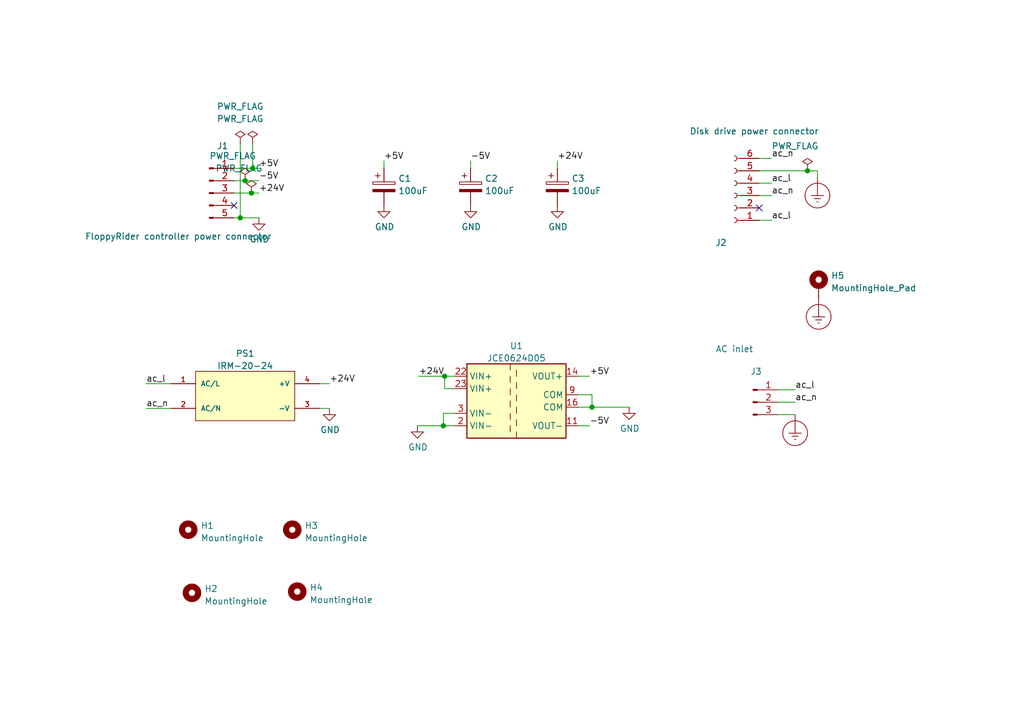
<source format=kicad_sch>
(kicad_sch (version 20211123) (generator eeschema)
  (paper "A5")
  (title_block (title "FloppyRider power supply") (date "2022-10-12") (rev "1") (company "Inmbolmie") (comment 1 "https://github.com/inmbolmie/floppyrider") (comment 2 "Disk interface to adapt an IBM 31SD/51TD Diskette drive to the PC floppy interface"))
  (lib_symbols
    (symbol "Connector:Conn_01x03_Male" (pin_names (offset 1.016) hide)
      (property "Reference" "J" (at 0 5.08 0))
      (property "Value" "Conn_01x03_Male" (at 0 -5.08 0))
      (symbol "Conn_01x03_Male_1_1"
        (polyline (pts (xy 1.27 -2.54) (xy 0.8636 -2.54)) (stroke (width 0.1524)))
        (polyline (pts (xy 1.27 0) (xy 0.8636 0)) (stroke (width 0.1524)))
        (polyline (pts (xy 1.27 2.54) (xy 0.8636 2.54)) (stroke (width 0.1524)))
        (rectangle (start 0.8636 -2.413) (end 0 -2.667) (stroke (width 0.1524)) (fill (type outline)))
        (rectangle (start 0.8636 0.127) (end 0 -0.127) (stroke (width 0.1524)) (fill (type outline)))
        (rectangle (start 0.8636 2.667) (end 0 2.413) (stroke (width 0.1524)) (fill (type outline)))
        (pin passive line (at 5.08 2.54 180) (length 3.81) (name "Pin_1") (number "1"))
        (pin passive line (at 5.08 0 180) (length 3.81) (name "Pin_2") (number "2"))
        (pin passive line (at 5.08 -2.54 180) (length 3.81) (name "Pin_3") (number "3"))
      )
    )
    (symbol "Connector:Conn_01x05_Male" (pin_names (offset 1.016) hide)
      (property "Reference" "J" (at 0 7.62 0))
      (property "Value" "Conn_01x05_Male" (at 0 -7.62 0))
      (symbol "Conn_01x05_Male_1_1"
        (polyline (pts (xy 1.27 -5.08) (xy 0.8636 -5.08)) (stroke (width 0.1524)))
        (polyline (pts (xy 1.27 -2.54) (xy 0.8636 -2.54)) (stroke (width 0.1524)))
        (polyline (pts (xy 1.27 0) (xy 0.8636 0)) (stroke (width 0.1524)))
        (polyline (pts (xy 1.27 2.54) (xy 0.8636 2.54)) (stroke (width 0.1524)))
        (polyline (pts (xy 1.27 5.08) (xy 0.8636 5.08)) (stroke (width 0.1524)))
        (rectangle (start 0.8636 -4.953) (end 0 -5.207) (stroke (width 0.1524)) (fill (type outline)))
        (rectangle (start 0.8636 -2.413) (end 0 -2.667) (stroke (width 0.1524)) (fill (type outline)))
        (rectangle (start 0.8636 0.127) (end 0 -0.127) (stroke (width 0.1524)) (fill (type outline)))
        (rectangle (start 0.8636 2.667) (end 0 2.413) (stroke (width 0.1524)) (fill (type outline)))
        (rectangle (start 0.8636 5.207) (end 0 4.953) (stroke (width 0.1524)) (fill (type outline)))
        (pin passive line (at 5.08 5.08 180) (length 3.81) (name "Pin_1") (number "1"))
        (pin passive line (at 5.08 2.54 180) (length 3.81) (name "Pin_2") (number "2"))
        (pin passive line (at 5.08 0 180) (length 3.81) (name "Pin_3") (number "3"))
        (pin passive line (at 5.08 -2.54 180) (length 3.81) (name "Pin_4") (number "4"))
        (pin passive line (at 5.08 -5.08 180) (length 3.81) (name "Pin_5") (number "5"))
      )
    )
    (symbol "Connector:Conn_01x06_Female" (pin_names (offset 1.016) hide)
      (property "Reference" "J" (at 0 7.62 0))
      (property "Value" "Conn_01x06_Female" (at 0 -10.16 0))
      (symbol "Conn_01x06_Female_1_1"
        (arc (start 0 -7.112) (mid -0.508 -7.62) (end 0 -8.128) (stroke (width 0.1524)))
        (arc (start 0 -4.572) (mid -0.508 -5.08) (end 0 -5.588) (stroke (width 0.1524)))
        (arc (start 0 -2.032) (mid -0.508 -2.54) (end 0 -3.048) (stroke (width 0.1524)))
        (polyline (pts (xy -1.27 -7.62) (xy -0.508 -7.62)) (stroke (width 0.1524)))
        (polyline (pts (xy -1.27 -5.08) (xy -0.508 -5.08)) (stroke (width 0.1524)))
        (polyline (pts (xy -1.27 -2.54) (xy -0.508 -2.54)) (stroke (width 0.1524)))
        (polyline (pts (xy -1.27 0) (xy -0.508 0)) (stroke (width 0.1524)))
        (polyline (pts (xy -1.27 2.54) (xy -0.508 2.54)) (stroke (width 0.1524)))
        (polyline (pts (xy -1.27 5.08) (xy -0.508 5.08)) (stroke (width 0.1524)))
        (arc (start 0 0.508) (mid -0.508 0) (end 0 -0.508) (stroke (width 0.1524)))
        (arc (start 0 3.048) (mid -0.508 2.54) (end 0 2.032) (stroke (width 0.1524)))
        (arc (start 0 5.588) (mid -0.508 5.08) (end 0 4.572) (stroke (width 0.1524)))
        (pin passive line (at -5.08 5.08 0) (length 3.81) (name "Pin_1") (number "1"))
        (pin passive line (at -5.08 2.54 0) (length 3.81) (name "Pin_2") (number "2"))
        (pin passive line (at -5.08 0 0) (length 3.81) (name "Pin_3") (number "3"))
        (pin passive line (at -5.08 -2.54 0) (length 3.81) (name "Pin_4") (number "4"))
        (pin passive line (at -5.08 -5.08 0) (length 3.81) (name "Pin_5") (number "5"))
        (pin passive line (at -5.08 -7.62 0) (length 3.81) (name "Pin_6") (number "6"))
      )
    )
    (symbol "Device:C_Polarized" (pin_numbers hide) (pin_names (offset 0.254))
      (property "Reference" "C" (at 0.635 2.54 0))
      (property "Value" "C_Polarized" (at 0.635 -2.54 0))
      (symbol "C_Polarized_0_1"
        (rectangle (start -2.286 0.508) (end 2.286 1.016))
        (polyline (pts (xy -1.778 2.286) (xy -0.762 2.286)))
        (polyline (pts (xy -1.27 2.794) (xy -1.27 1.778)))
        (rectangle (start 2.286 -0.508) (end -2.286 -1.016) (fill (type outline)))
      )
      (symbol "C_Polarized_1_1"
        (pin passive line (at 0 3.81 270) (length 2.794) (name "~") (number "1"))
        (pin passive line (at 0 -3.81 90) (length 2.794) (name "~") (number "2"))
      )
    )
    (symbol "IRM:IRM-20-24" (pin_names (offset 1.016))
      (property "Reference" "PS" (at -10.16 5.842 0))
      (property "Value" "IRM-20-24" (at -10.1854 -7.62 0))
      (symbol "IRM-20-24_0_0"
        (rectangle (start -10.16 -5.08) (end 10.16 5.08) (stroke (width 0.1524)) (fill (type background)))
        (pin input line (at -15.24 2.54 0) (length 5.08) (name "AC/L") (number "1"))
        (pin input line (at -15.24 -2.54 0) (length 5.08) (name "AC/N") (number "2"))
        (pin output line (at 15.24 -2.54 180) (length 5.08) (name "-V") (number "3"))
        (pin output line (at 15.24 2.54 180) (length 5.08) (name "+V") (number "4"))
      )
    )
    (symbol "Mechanical:MountingHole" (pin_names (offset 1.016))
      (property "Reference" "H" (at 0 5.08 0))
      (property "Value" "MountingHole" (at 0 3.175 0))
      (symbol "MountingHole_0_1"
        (circle (center 0 0) (radius 1.27) (stroke (width 1.27)))
      )
    )
    (symbol "Mechanical:MountingHole_Pad" (pin_numbers hide) (pin_names (offset 1.016) hide)
      (property "Reference" "H" (at 0 6.35 0))
      (property "Value" "MountingHole_Pad" (at 0 4.445 0))
      (symbol "MountingHole_Pad_0_1"
        (circle (center 0 1.27) (radius 1.27) (stroke (width 1.27)))
      )
      (symbol "MountingHole_Pad_1_1"
        (pin input line (at 0 -2.54 90) (length 2.54) (name "1") (number "1"))
      )
    )
    (symbol "mis_simbolos:JCE0624D05"
      (property "Reference" "U" (at -10.16 8.89 0))
      (property "Value" "JCE0624D05" (at -3.81 8.89 0))
      (symbol "JCE0624D05_0_1"
        (rectangle (start -10.16 7.62) (end 10.16 -7.62) (stroke (width 0.254)) (fill (type background)))
        (polyline (pts (xy -1.27 -5.08) (xy -1.27 -6.35)))
        (polyline (pts (xy -1.27 -2.54) (xy -1.27 -3.81)))
        (polyline (pts (xy -1.27 0) (xy -1.27 -1.27)))
        (polyline (pts (xy -1.27 2.54) (xy -1.27 1.27)))
        (polyline (pts (xy -1.27 5.08) (xy -1.27 3.81)))
        (polyline (pts (xy -1.27 7.62) (xy -1.27 6.35)))
        (polyline (pts (xy 0 -7.62) (xy 0 -6.35)))
        (polyline (pts (xy 0 -5.08) (xy 0 -3.81)))
        (polyline (pts (xy 0 -1.27) (xy 0 -2.54)))
        (polyline (pts (xy 0 0) (xy 0 1.27)))
        (polyline (pts (xy 0 2.54) (xy 0 3.81)))
        (polyline (pts (xy 0 5.08) (xy 0 6.35)))
      )
      (symbol "JCE0624D05_1_1"
        (pin power_out line (at 12.7 -5.08 180) (length 2.54) (name "VOUT-") (number "11"))
        (pin power_out line (at 12.7 5.08 180) (length 2.54) (name "VOUT+") (number "14"))
        (pin power_out line (at 12.7 -1.27 180) (length 2.54) (name "COM") (number "16"))
        (pin power_in line (at -12.7 -5.08 0) (length 2.54) (name "VIN-") (number "2"))
        (pin power_in line (at -12.7 5.08 0) (length 2.54) (name "VIN+") (number "22"))
        (pin power_in line (at -12.7 2.54 0) (length 2.54) (name "VIN+") (number "23"))
        (pin power_in line (at -12.7 -2.54 0) (length 2.54) (name "VIN-") (number "3"))
        (pin power_out line (at 12.7 1.27 180) (length 2.54) (name "COM") (number "9"))
      )
    )
    (symbol "power:Earth_Protective" (power) (pin_names (offset 0))
      (symbol "Earth_Protective_0_1"
        (circle (center 0 -3.81) (radius 2.54))
        (polyline (pts (xy -0.635 -4.445) (xy 0.635 -4.445)))
        (polyline (pts (xy -0.127 -5.08) (xy 0.127 -5.08)))
        (polyline (pts (xy 0 -3.81) (xy 0 0)))
        (polyline (pts (xy 1.27 -3.81) (xy -1.27 -3.81)))
      )
      (symbol "Earth_Protective_1_1"
        (pin power_in line (at 0 0 270) (length 0) hide (name "Earth_Protective") (number "1"))
      )
    )
    (symbol "power:GND" (power) (pin_names (offset 0))
      (property "Value" "GND" (at 0 -3.81 0))
      (symbol "GND_0_1"
        (polyline (pts (xy 0 0) (xy 0 -1.27) (xy 1.27 -1.27) (xy 0 -2.54) (xy -1.27 -1.27) (xy 0 -1.27)))
      )
      (symbol "GND_1_1"
        (pin power_in line (at 0 0 270) (length 0) hide (name "GND") (number "1"))
      )
    )
    (symbol "power:PWR_FLAG" (power) (pin_numbers hide) (pin_names (offset 0) hide)
      (property "Value" "PWR_FLAG" (at 0 3.81 0))
      (symbol "PWR_FLAG_0_0"
        (pin power_out line (at 0 0 90) (length 0) (name "pwr") (number "1"))
      )
      (symbol "PWR_FLAG_0_1"
        (polyline (pts (xy 0 0) (xy 0 1.27) (xy -1.016 1.905) (xy 0 2.54) (xy 1.016 1.905) (xy 0 1.27)))
      )
    )
  )
  (junction (at 51.562 39.624))
  (junction (at 50.292 37.084))
  (junction (at 121.412 83.566))
  (junction (at 90.932 87.376))
  (junction (at 165.608 35.052))
  (junction (at 51.816 34.544))
  (junction (at 49.276 44.704))
  (junction (at 91.186 77.216))
  (no_connect (at 48.006 42.164))
  (no_connect (at 155.702 42.672))
  (wire (pts (xy 96.52 33.02) (xy 96.52 34.544)))
  (wire (pts (xy 90.932 87.376) (xy 85.598 87.376)))
  (wire (pts (xy 114.3 33.02) (xy 114.3 34.544)))
  (wire (pts (xy 159.512 85.09) (xy 163.068 85.09)))
  (wire (pts (xy 165.608 35.052) (xy 167.64 35.052)))
  (wire (pts (xy 93.218 77.216) (xy 91.186 77.216)))
  (wire (pts (xy 49.276 44.704) (xy 53.086 44.704)))
  (wire (pts (xy 67.564 78.74) (xy 65.532 78.74)))
  (wire (pts (xy 155.702 45.212) (xy 158.242 45.212)))
  (wire (pts (xy 78.74 33.02) (xy 78.74 34.544)))
  (wire (pts (xy 93.218 79.756) (xy 91.186 79.756)))
  (wire (pts (xy 159.512 80.01) (xy 163.068 80.01)))
  (wire (pts (xy 90.932 84.836) (xy 90.932 87.376)))
  (wire (pts (xy 53.086 34.544) (xy 51.816 34.544)))
  (wire (pts (xy 155.702 37.592) (xy 158.242 37.592)))
  (wire (pts (xy 93.218 84.836) (xy 90.932 84.836)))
  (wire (pts (xy 35.052 78.74) (xy 29.972 78.74)))
  (wire (pts (xy 163.068 82.55) (xy 159.512 82.55)))
  (wire (pts (xy 51.562 39.624) (xy 48.006 39.624)))
  (wire (pts (xy 121.412 83.566) (xy 129.032 83.566)))
  (wire (pts (xy 48.006 37.084) (xy 50.292 37.084)))
  (wire (pts (xy 50.292 37.084) (xy 53.086 37.084)))
  (wire (pts (xy 35.052 83.82) (xy 29.972 83.82)))
  (wire (pts (xy 65.532 83.82) (xy 67.564 83.82)))
  (wire (pts (xy 155.702 35.052) (xy 165.608 35.052)))
  (wire (pts (xy 49.276 29.464) (xy 49.276 44.704)))
  (wire (pts (xy 91.186 79.756) (xy 91.186 77.216)))
  (wire (pts (xy 51.816 34.544) (xy 48.006 34.544)))
  (wire (pts (xy 118.618 83.566) (xy 121.412 83.566)))
  (wire (pts (xy 121.412 81.026) (xy 121.412 83.566)))
  (wire (pts (xy 91.186 77.216) (xy 85.852 77.216)))
  (wire (pts (xy 118.618 81.026) (xy 121.412 81.026)))
  (wire (pts (xy 155.702 40.132) (xy 158.242 40.132)))
  (wire (pts (xy 51.816 29.464) (xy 51.816 34.544)))
  (wire (pts (xy 120.904 87.376) (xy 118.618 87.376)))
  (wire (pts (xy 155.702 32.512) (xy 158.242 32.512)))
  (wire (pts (xy 48.006 44.704) (xy 49.276 44.704)))
  (wire (pts (xy 167.64 35.052) (xy 167.64 36.322)))
  (wire (pts (xy 93.218 87.376) (xy 90.932 87.376)))
  (wire (pts (xy 53.086 39.624) (xy 51.562 39.624)))
  (wire (pts (xy 120.904 77.216) (xy 118.618 77.216)))
  (label "ac_l" (at 158.242 45.212 0))
  (label "+5V" (at 120.904 77.216 0))
  (label "+5V" (at 53.086 34.544 0))
  (label "ac_l" (at 158.242 37.592 0))
  (label "+24V" (at 53.086 39.624 0))
  (label "+24V" (at 67.564 78.74 0))
  (label "+24V" (at 114.3 33.02 0))
  (label "ac_n" (at 158.242 40.132 0))
  (label "-5V" (at 53.086 37.084 0))
  (label "ac_n" (at 163.068 82.55 0))
  (label "+24V" (at 85.852 77.216 0))
  (label "ac_l" (at 29.972 78.74 0))
  (label "ac_l" (at 163.068 80.01 0))
  (label "-5V" (at 96.52 33.02 0))
  (label "-5V" (at 120.904 87.376 0))
  (label "ac_n" (at 29.972 83.82 0))
  (label "ac_n" (at 158.242 32.512 0))
  (label "+5V" (at 78.74 33.02 0))
  (symbol (lib_id "power:PWR_FLAG") (at 50.292 37.084 0) (unit 1)
    (property "Reference" "#FLG0104" (effects hide))
    (property "Value" "PWR_FLAG" (at 47.752 32.004 0))
  )
  (symbol (lib_id "power:GND") (at 67.564 83.82 0) (unit 1)
    (property "Reference" "#PWR0104" (effects hide))
    (property "Value" "GND" (at 67.691 88.2142 0))
  )
  (symbol (lib_id "power:Earth_Protective") (at 167.894 61.214 0) (unit 1)
    (property "Reference" "#PWR0108" (effects hide))
    (property "Value" "Earth_Protective" (effects hide))
  )
  (symbol (lib_id "power:PWR_FLAG") (at 51.562 39.624 0) (unit 1)
    (property "Reference" "#FLG0105" (effects hide))
    (property "Value" "PWR_FLAG" (at 49.022 34.544 0))
  )
  (symbol (lib_id "Connector:Conn_01x03_Male") (at 154.432 82.55 0) (unit 1)
    (property "Reference" "J3" (at 155.067 76.234 0))
    (property "Value" "AC inlet" (at 150.622 71.628 0))
    (property "Footprint" "mis_partes:DD21.0124.1111" (effects hide))
  )
  (symbol (lib_id "Device:C_Polarized") (at 114.3 38.354 0) (unit 1)
    (property "Reference" "C3" (at 117.221 36.6303 0) (effects (justify left)))
    (property "Value" "100uF" (at 117.221 39.1672 0) (effects (justify left)))
    (property "Footprint" "Capacitor_THT:CP_Radial_D10.0mm_P3.50mm" (effects hide))
  )
  (symbol (lib_id "Mechanical:MountingHole") (at 39.37 121.666 0) (unit 1)
    (property "Reference" "H2" (at 41.91 120.8313 0) (effects (justify left)))
    (property "Value" "MountingHole" (at 41.91 123.3682 0) (effects (justify left)))
    (property "Footprint" "MountingHole:MountingHole_3.2mm_M3" (effects hide))
  )
  (symbol (lib_id "IRM:IRM-20-24") (at 50.292 81.28 0) (unit 1)
    (property "Reference" "PS1" (at 50.292 72.551 0))
    (property "Value" "IRM-20-24" (at 50.292 75.0879 0))
    (property "Footprint" "MEANWELL:CONV_IRM-20-24" (effects hide))
    (property "MANUFACTURER" "MEANWELL" (effects hide))
  )
  (symbol (lib_id "power:GND") (at 114.3 42.164 0) (unit 1)
    (property "Reference" "#PWR0102" (effects hide))
    (property "Value" "GND" (at 114.427 46.5582 0))
  )
  (symbol (lib_id "power:Earth_Protective") (at 167.64 36.322 0) (unit 1)
    (property "Reference" "#PWR0110" (effects hide))
    (property "Value" "Earth_Protective" (effects hide))
  )
  (symbol (lib_id "power:GND") (at 96.52 42.164 0) (unit 1)
    (property "Reference" "#PWR0103" (effects hide))
    (property "Value" "GND" (at 96.647 46.5582 0))
  )
  (symbol (lib_id "mis_simbolos:JCE0624D05") (at 105.918 82.296 0) (unit 1)
    (property "Reference" "U1" (at 105.918 70.9762 0))
    (property "Value" "JCE0624D05" (at 105.918 73.5131 0))
    (property "Footprint" "Converter_DCDC:Converter_DCDC_XP_POWER_JTExxxxDxx_THT" (effects hide))
    (property "Datasheet" "https://www.xppower.com/Portals/0/pdfs/SF_JTE06.pdf" (effects hide))
  )
  (symbol (lib_id "Mechanical:MountingHole") (at 59.944 108.712 0) (unit 1)
    (property "Reference" "H3" (at 62.484 107.8773 0) (effects (justify left)))
    (property "Value" "MountingHole" (at 62.484 110.4142 0) (effects (justify left)))
    (property "Footprint" "MountingHole:MountingHole_3.2mm_M3" (effects hide))
  )
  (symbol (lib_id "power:PWR_FLAG") (at 51.816 29.464 0) (unit 1)
    (property "Reference" "#FLG0102" (effects hide))
    (property "Value" "PWR_FLAG" (at 49.276 24.384 0))
  )
  (symbol (lib_id "power:GND") (at 78.74 42.164 0) (unit 1)
    (property "Reference" "#PWR0107" (effects hide))
    (property "Value" "GND" (at 78.867 46.5582 0))
  )
  (symbol (lib_id "Connector:Conn_01x05_Male") (at 42.926 39.624 0) (unit 1) (in_bom no)
    (property "Reference" "J1" (at 45.6692 29.9466 0))
    (property "Value" "FloppyRider controller power connector" (at 36.576 48.514 0))
    (property "Footprint" "Connector_PinHeader_2.54mm:PinHeader_1x05_P2.54mm_Vertical" (effects hide))
  )
  (symbol (lib_id "power:Earth_Protective") (at 163.068 85.09 0) (unit 1)
    (property "Reference" "#PWR0109" (effects hide))
    (property "Value" "Earth_Protective" (effects hide))
  )
  (symbol (lib_id "power:PWR_FLAG") (at 49.276 29.464 0) (unit 1)
    (property "Reference" "#FLG0101" (effects hide))
    (property "Value" "PWR_FLAG" (at 49.276 21.844 0))
  )
  (symbol (lib_id "Connector:Conn_01x06_Female") (at 150.622 40.132 180) (unit 1)
    (property "Reference" "J2" (at 147.8788 49.8094 0))
    (property "Value" "Disk drive power connector" (at 154.686 26.924 0))
    (property "Footprint" "mis_partes:350834-4" (effects hide))
  )
  (symbol (lib_id "Mechanical:MountingHole") (at 38.608 108.712 0) (unit 1)
    (property "Reference" "H1" (at 41.148 107.8773 0) (effects (justify left)))
    (property "Value" "MountingHole" (at 41.148 110.4142 0) (effects (justify left)))
    (property "Footprint" "MountingHole:MountingHole_3.2mm_M3" (effects hide))
  )
  (symbol (lib_id "power:GND") (at 85.598 87.376 0) (unit 1)
    (property "Reference" "#PWR0101" (effects hide))
    (property "Value" "GND" (at 85.725 91.7702 0))
  )
  (symbol (lib_id "power:GND") (at 129.032 83.566 0) (unit 1)
    (property "Reference" "#PWR0105" (effects hide))
    (property "Value" "GND" (at 129.159 87.9602 0))
  )
  (symbol (lib_id "Device:C_Polarized") (at 78.74 38.354 0) (unit 1)
    (property "Reference" "C1" (at 81.661 36.6303 0) (effects (justify left)))
    (property "Value" "100uF" (at 81.661 39.1672 0) (effects (justify left)))
    (property "Footprint" "Capacitor_THT:CP_Radial_D10.0mm_P3.50mm" (effects hide))
  )
  (symbol (lib_id "Mechanical:MountingHole_Pad") (at 167.894 58.674 0) (unit 1)
    (property "Reference" "H5" (at 170.434 56.5693 0) (effects (justify left)))
    (property "Value" "MountingHole_Pad" (at 170.434 59.1062 0) (effects (justify left)))
    (property "Footprint" "MountingHole:MountingHole_3.2mm_M3_Pad" (effects hide))
  )
  (symbol (lib_id "Device:C_Polarized") (at 96.52 38.354 0) (unit 1)
    (property "Reference" "C2" (at 99.441 36.6303 0) (effects (justify left)))
    (property "Value" "100uF" (at 99.441 39.1672 0) (effects (justify left)))
    (property "Footprint" "Capacitor_THT:CP_Radial_D10.0mm_P3.50mm" (effects hide))
  )
  (symbol (lib_id "power:PWR_FLAG") (at 165.608 35.052 0) (unit 1)
    (property "Reference" "#FLG0103" (effects hide))
    (property "Value" "PWR_FLAG" (at 163.068 29.972 0))
  )
  (symbol (lib_id "power:GND") (at 53.086 44.704 0) (unit 1)
    (property "Reference" "#PWR0106" (effects hide))
    (property "Value" "GND" (at 53.213 49.0982 0))
  )
  (symbol (lib_id "Mechanical:MountingHole") (at 60.96 121.412 0) (unit 1)
    (property "Reference" "H4" (at 63.5 120.5773 0) (effects (justify left)))
    (property "Value" "MountingHole" (at 63.5 123.1142 0) (effects (justify left)))
    (property "Footprint" "MountingHole:MountingHole_3.2mm_M3" (effects hide))
  )
)
</source>
